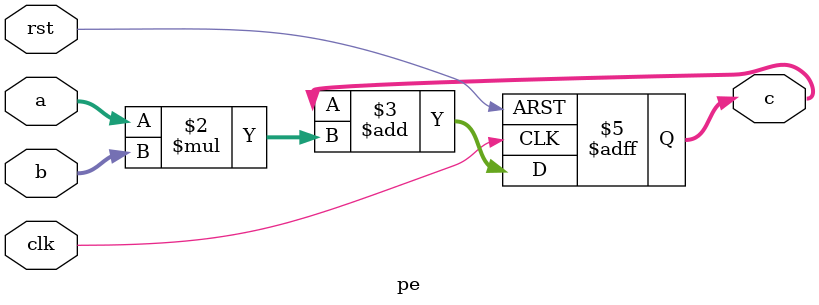
<source format=v>
module pe(
    input clk,
    input rst,
    input [31:0] a,
    input [31:0] b,

    output reg [31:0] c
);

    // Accumulator register initialization
    initial begin
        c = 32'b0; // Initialize c to 0 at the beginning
    end

    // Always block triggered on the positive edge of clk or rst
    always @(posedge clk or posedge rst) begin
        if (rst) begin
            // If reset signal is high, clear the accumulator
            c <= 32'b0;
        end else begin
            // Accumulate the product of a and b
            c <= c + (a * b);
        end
    end

endmodule
</source>
